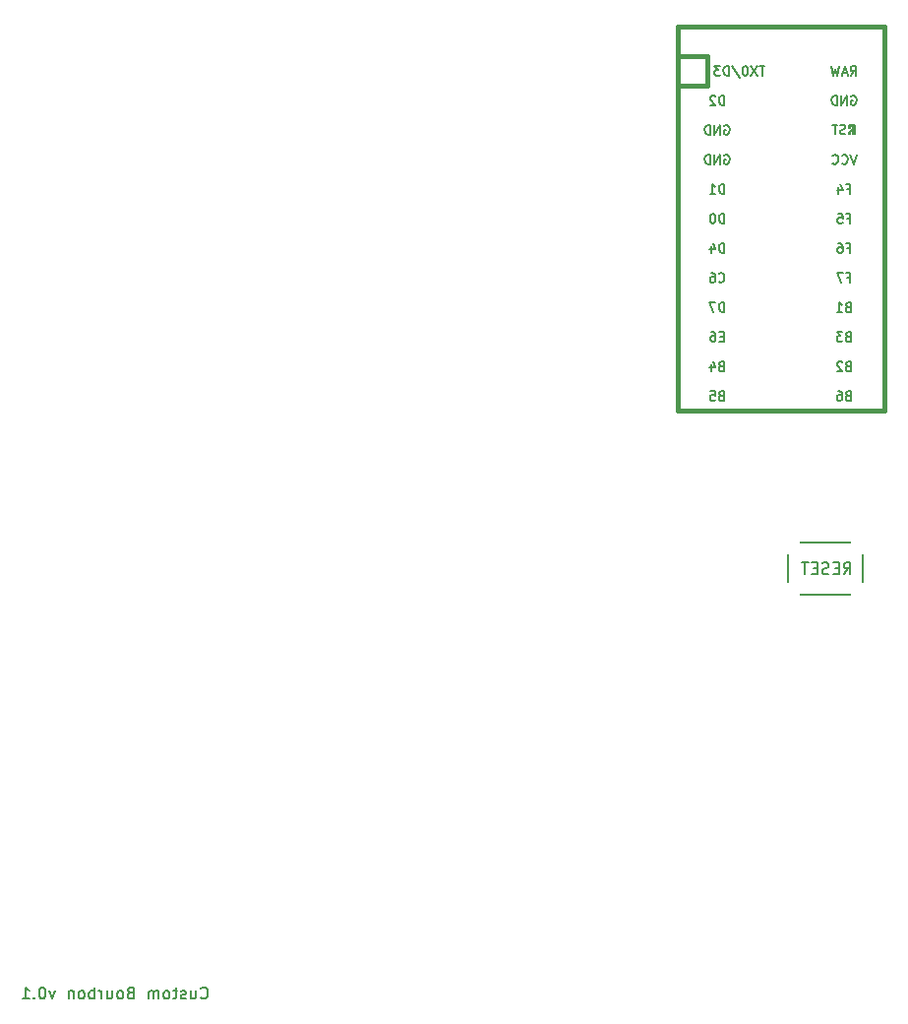
<source format=gbo>
G04 #@! TF.GenerationSoftware,KiCad,Pcbnew,5.1.10*
G04 #@! TF.CreationDate,2021-06-15T23:50:52-04:00*
G04 #@! TF.ProjectId,attempt2,61747465-6d70-4743-922e-6b696361645f,rev?*
G04 #@! TF.SameCoordinates,Original*
G04 #@! TF.FileFunction,Legend,Bot*
G04 #@! TF.FilePolarity,Positive*
%FSLAX46Y46*%
G04 Gerber Fmt 4.6, Leading zero omitted, Abs format (unit mm)*
G04 Created by KiCad (PCBNEW 5.1.10) date 2021-06-15 23:50:52*
%MOMM*%
%LPD*%
G01*
G04 APERTURE LIST*
%ADD10C,0.150000*%
%ADD11C,0.381000*%
%ADD12C,1.500000*%
%ADD13R,1.752600X1.752600*%
%ADD14C,1.752600*%
%ADD15C,2.000000*%
%ADD16C,2.250000*%
%ADD17C,3.987800*%
%ADD18C,1.750000*%
G04 APERTURE END LIST*
D10*
X-65667857Y-100369642D02*
X-65620238Y-100417261D01*
X-65477380Y-100464880D01*
X-65382142Y-100464880D01*
X-65239285Y-100417261D01*
X-65144047Y-100322023D01*
X-65096428Y-100226785D01*
X-65048809Y-100036309D01*
X-65048809Y-99893452D01*
X-65096428Y-99702976D01*
X-65144047Y-99607738D01*
X-65239285Y-99512500D01*
X-65382142Y-99464880D01*
X-65477380Y-99464880D01*
X-65620238Y-99512500D01*
X-65667857Y-99560119D01*
X-66525000Y-99798214D02*
X-66525000Y-100464880D01*
X-66096428Y-99798214D02*
X-66096428Y-100322023D01*
X-66144047Y-100417261D01*
X-66239285Y-100464880D01*
X-66382142Y-100464880D01*
X-66477380Y-100417261D01*
X-66525000Y-100369642D01*
X-66953571Y-100417261D02*
X-67048809Y-100464880D01*
X-67239285Y-100464880D01*
X-67334523Y-100417261D01*
X-67382142Y-100322023D01*
X-67382142Y-100274404D01*
X-67334523Y-100179166D01*
X-67239285Y-100131547D01*
X-67096428Y-100131547D01*
X-67001190Y-100083928D01*
X-66953571Y-99988690D01*
X-66953571Y-99941071D01*
X-67001190Y-99845833D01*
X-67096428Y-99798214D01*
X-67239285Y-99798214D01*
X-67334523Y-99845833D01*
X-67667857Y-99798214D02*
X-68048809Y-99798214D01*
X-67810714Y-99464880D02*
X-67810714Y-100322023D01*
X-67858333Y-100417261D01*
X-67953571Y-100464880D01*
X-68048809Y-100464880D01*
X-68525000Y-100464880D02*
X-68429761Y-100417261D01*
X-68382142Y-100369642D01*
X-68334523Y-100274404D01*
X-68334523Y-99988690D01*
X-68382142Y-99893452D01*
X-68429761Y-99845833D01*
X-68525000Y-99798214D01*
X-68667857Y-99798214D01*
X-68763095Y-99845833D01*
X-68810714Y-99893452D01*
X-68858333Y-99988690D01*
X-68858333Y-100274404D01*
X-68810714Y-100369642D01*
X-68763095Y-100417261D01*
X-68667857Y-100464880D01*
X-68525000Y-100464880D01*
X-69286904Y-100464880D02*
X-69286904Y-99798214D01*
X-69286904Y-99893452D02*
X-69334523Y-99845833D01*
X-69429761Y-99798214D01*
X-69572619Y-99798214D01*
X-69667857Y-99845833D01*
X-69715476Y-99941071D01*
X-69715476Y-100464880D01*
X-69715476Y-99941071D02*
X-69763095Y-99845833D01*
X-69858333Y-99798214D01*
X-70001190Y-99798214D01*
X-70096428Y-99845833D01*
X-70144047Y-99941071D01*
X-70144047Y-100464880D01*
X-71715476Y-99941071D02*
X-71858333Y-99988690D01*
X-71905952Y-100036309D01*
X-71953571Y-100131547D01*
X-71953571Y-100274404D01*
X-71905952Y-100369642D01*
X-71858333Y-100417261D01*
X-71763095Y-100464880D01*
X-71382142Y-100464880D01*
X-71382142Y-99464880D01*
X-71715476Y-99464880D01*
X-71810714Y-99512500D01*
X-71858333Y-99560119D01*
X-71905952Y-99655357D01*
X-71905952Y-99750595D01*
X-71858333Y-99845833D01*
X-71810714Y-99893452D01*
X-71715476Y-99941071D01*
X-71382142Y-99941071D01*
X-72525000Y-100464880D02*
X-72429761Y-100417261D01*
X-72382142Y-100369642D01*
X-72334523Y-100274404D01*
X-72334523Y-99988690D01*
X-72382142Y-99893452D01*
X-72429761Y-99845833D01*
X-72525000Y-99798214D01*
X-72667857Y-99798214D01*
X-72763095Y-99845833D01*
X-72810714Y-99893452D01*
X-72858333Y-99988690D01*
X-72858333Y-100274404D01*
X-72810714Y-100369642D01*
X-72763095Y-100417261D01*
X-72667857Y-100464880D01*
X-72525000Y-100464880D01*
X-73715476Y-99798214D02*
X-73715476Y-100464880D01*
X-73286904Y-99798214D02*
X-73286904Y-100322023D01*
X-73334523Y-100417261D01*
X-73429761Y-100464880D01*
X-73572619Y-100464880D01*
X-73667857Y-100417261D01*
X-73715476Y-100369642D01*
X-74191666Y-100464880D02*
X-74191666Y-99798214D01*
X-74191666Y-99988690D02*
X-74239285Y-99893452D01*
X-74286904Y-99845833D01*
X-74382142Y-99798214D01*
X-74477380Y-99798214D01*
X-74810714Y-100464880D02*
X-74810714Y-99464880D01*
X-74810714Y-99845833D02*
X-74905952Y-99798214D01*
X-75096428Y-99798214D01*
X-75191666Y-99845833D01*
X-75239285Y-99893452D01*
X-75286904Y-99988690D01*
X-75286904Y-100274404D01*
X-75239285Y-100369642D01*
X-75191666Y-100417261D01*
X-75096428Y-100464880D01*
X-74905952Y-100464880D01*
X-74810714Y-100417261D01*
X-75858333Y-100464880D02*
X-75763095Y-100417261D01*
X-75715476Y-100369642D01*
X-75667857Y-100274404D01*
X-75667857Y-99988690D01*
X-75715476Y-99893452D01*
X-75763095Y-99845833D01*
X-75858333Y-99798214D01*
X-76001190Y-99798214D01*
X-76096428Y-99845833D01*
X-76144047Y-99893452D01*
X-76191666Y-99988690D01*
X-76191666Y-100274404D01*
X-76144047Y-100369642D01*
X-76096428Y-100417261D01*
X-76001190Y-100464880D01*
X-75858333Y-100464880D01*
X-76620238Y-99798214D02*
X-76620238Y-100464880D01*
X-76620238Y-99893452D02*
X-76667857Y-99845833D01*
X-76763095Y-99798214D01*
X-76905952Y-99798214D01*
X-77001190Y-99845833D01*
X-77048809Y-99941071D01*
X-77048809Y-100464880D01*
X-78191666Y-99798214D02*
X-78429761Y-100464880D01*
X-78667857Y-99798214D01*
X-79239285Y-99464880D02*
X-79334523Y-99464880D01*
X-79429761Y-99512500D01*
X-79477380Y-99560119D01*
X-79525000Y-99655357D01*
X-79572619Y-99845833D01*
X-79572619Y-100083928D01*
X-79525000Y-100274404D01*
X-79477380Y-100369642D01*
X-79429761Y-100417261D01*
X-79334523Y-100464880D01*
X-79239285Y-100464880D01*
X-79144047Y-100417261D01*
X-79096428Y-100369642D01*
X-79048809Y-100274404D01*
X-79001190Y-100083928D01*
X-79001190Y-99845833D01*
X-79048809Y-99655357D01*
X-79096428Y-99560119D01*
X-79144047Y-99512500D01*
X-79239285Y-99464880D01*
X-80001190Y-100369642D02*
X-80048809Y-100417261D01*
X-80001190Y-100464880D01*
X-79953571Y-100417261D01*
X-80001190Y-100369642D01*
X-80001190Y-100464880D01*
X-81001190Y-100464880D02*
X-80429761Y-100464880D01*
X-80715476Y-100464880D02*
X-80715476Y-99464880D01*
X-80620238Y-99607738D01*
X-80525000Y-99702976D01*
X-80429761Y-99750595D01*
D11*
X-22098000Y-19431000D02*
X-24638000Y-19431000D01*
X-6858000Y-16891000D02*
X-24638000Y-16891000D01*
X-24638000Y-16891000D02*
X-24638000Y-49911000D01*
X-24638000Y-49911000D02*
X-6858000Y-49911000D01*
X-6858000Y-49911000D02*
X-6858000Y-16891000D01*
D10*
G36*
X-9903365Y-25320030D02*
G01*
X-9903365Y-25420030D01*
X-9403365Y-25420030D01*
X-9403365Y-25320030D01*
X-9903365Y-25320030D01*
G37*
X-9903365Y-25320030D02*
X-9903365Y-25420030D01*
X-9403365Y-25420030D01*
X-9403365Y-25320030D01*
X-9903365Y-25320030D01*
G36*
X-9903365Y-25320030D02*
G01*
X-9903365Y-25620030D01*
X-9803365Y-25620030D01*
X-9803365Y-25320030D01*
X-9903365Y-25320030D01*
G37*
X-9903365Y-25320030D02*
X-9903365Y-25620030D01*
X-9803365Y-25620030D01*
X-9803365Y-25320030D01*
X-9903365Y-25320030D01*
G36*
X-9903365Y-25920030D02*
G01*
X-9903365Y-26120030D01*
X-9803365Y-26120030D01*
X-9803365Y-25920030D01*
X-9903365Y-25920030D01*
G37*
X-9903365Y-25920030D02*
X-9903365Y-26120030D01*
X-9803365Y-26120030D01*
X-9803365Y-25920030D01*
X-9903365Y-25920030D01*
G36*
X-9503365Y-25320030D02*
G01*
X-9503365Y-26120030D01*
X-9403365Y-26120030D01*
X-9403365Y-25320030D01*
X-9503365Y-25320030D01*
G37*
X-9503365Y-25320030D02*
X-9503365Y-26120030D01*
X-9403365Y-26120030D01*
X-9403365Y-25320030D01*
X-9503365Y-25320030D01*
G36*
X-9703365Y-25720030D02*
G01*
X-9703365Y-25820030D01*
X-9603365Y-25820030D01*
X-9603365Y-25720030D01*
X-9703365Y-25720030D01*
G37*
X-9703365Y-25720030D02*
X-9703365Y-25820030D01*
X-9603365Y-25820030D01*
X-9603365Y-25720030D01*
X-9703365Y-25720030D01*
D11*
X-22098000Y-19431000D02*
X-22098000Y-21971000D01*
X-22098000Y-21971000D02*
X-24638000Y-21971000D01*
D10*
X-15156250Y-61250000D02*
X-15156250Y-65750000D01*
X-15156250Y-65750000D02*
X-8656250Y-65750000D01*
X-8656250Y-65750000D02*
X-8656250Y-61250000D01*
X-8656250Y-61250000D02*
X-15156250Y-61250000D01*
X-20618523Y-23602904D02*
X-20618523Y-22802904D01*
X-20809000Y-22802904D01*
X-20923285Y-22841000D01*
X-20999476Y-22917190D01*
X-21037571Y-22993380D01*
X-21075666Y-23145761D01*
X-21075666Y-23260047D01*
X-21037571Y-23412428D01*
X-20999476Y-23488619D01*
X-20923285Y-23564809D01*
X-20809000Y-23602904D01*
X-20618523Y-23602904D01*
X-21380428Y-22879095D02*
X-21418523Y-22841000D01*
X-21494714Y-22802904D01*
X-21685190Y-22802904D01*
X-21761380Y-22841000D01*
X-21799476Y-22879095D01*
X-21837571Y-22955285D01*
X-21837571Y-23031476D01*
X-21799476Y-23145761D01*
X-21342333Y-23602904D01*
X-21837571Y-23602904D01*
X-20618523Y-33762904D02*
X-20618523Y-32962904D01*
X-20809000Y-32962904D01*
X-20923285Y-33001000D01*
X-20999476Y-33077190D01*
X-21037571Y-33153380D01*
X-21075666Y-33305761D01*
X-21075666Y-33420047D01*
X-21037571Y-33572428D01*
X-20999476Y-33648619D01*
X-20923285Y-33724809D01*
X-20809000Y-33762904D01*
X-20618523Y-33762904D01*
X-21570904Y-32962904D02*
X-21647095Y-32962904D01*
X-21723285Y-33001000D01*
X-21761380Y-33039095D01*
X-21799476Y-33115285D01*
X-21837571Y-33267666D01*
X-21837571Y-33458142D01*
X-21799476Y-33610523D01*
X-21761380Y-33686714D01*
X-21723285Y-33724809D01*
X-21647095Y-33762904D01*
X-21570904Y-33762904D01*
X-21494714Y-33724809D01*
X-21456619Y-33686714D01*
X-21418523Y-33610523D01*
X-21380428Y-33458142D01*
X-21380428Y-33267666D01*
X-21418523Y-33115285D01*
X-21456619Y-33039095D01*
X-21494714Y-33001000D01*
X-21570904Y-32962904D01*
X-20618523Y-31222904D02*
X-20618523Y-30422904D01*
X-20809000Y-30422904D01*
X-20923285Y-30461000D01*
X-20999476Y-30537190D01*
X-21037571Y-30613380D01*
X-21075666Y-30765761D01*
X-21075666Y-30880047D01*
X-21037571Y-31032428D01*
X-20999476Y-31108619D01*
X-20923285Y-31184809D01*
X-20809000Y-31222904D01*
X-20618523Y-31222904D01*
X-21837571Y-31222904D02*
X-21380428Y-31222904D01*
X-21609000Y-31222904D02*
X-21609000Y-30422904D01*
X-21532809Y-30537190D01*
X-21456619Y-30613380D01*
X-21380428Y-30651476D01*
X-20599476Y-27921000D02*
X-20523285Y-27882904D01*
X-20409000Y-27882904D01*
X-20294714Y-27921000D01*
X-20218523Y-27997190D01*
X-20180428Y-28073380D01*
X-20142333Y-28225761D01*
X-20142333Y-28340047D01*
X-20180428Y-28492428D01*
X-20218523Y-28568619D01*
X-20294714Y-28644809D01*
X-20409000Y-28682904D01*
X-20485190Y-28682904D01*
X-20599476Y-28644809D01*
X-20637571Y-28606714D01*
X-20637571Y-28340047D01*
X-20485190Y-28340047D01*
X-20980428Y-28682904D02*
X-20980428Y-27882904D01*
X-21437571Y-28682904D01*
X-21437571Y-27882904D01*
X-21818523Y-28682904D02*
X-21818523Y-27882904D01*
X-22009000Y-27882904D01*
X-22123285Y-27921000D01*
X-22199476Y-27997190D01*
X-22237571Y-28073380D01*
X-22275666Y-28225761D01*
X-22275666Y-28340047D01*
X-22237571Y-28492428D01*
X-22199476Y-28568619D01*
X-22123285Y-28644809D01*
X-22009000Y-28682904D01*
X-21818523Y-28682904D01*
X-20599476Y-25381000D02*
X-20523285Y-25342904D01*
X-20409000Y-25342904D01*
X-20294714Y-25381000D01*
X-20218523Y-25457190D01*
X-20180428Y-25533380D01*
X-20142333Y-25685761D01*
X-20142333Y-25800047D01*
X-20180428Y-25952428D01*
X-20218523Y-26028619D01*
X-20294714Y-26104809D01*
X-20409000Y-26142904D01*
X-20485190Y-26142904D01*
X-20599476Y-26104809D01*
X-20637571Y-26066714D01*
X-20637571Y-25800047D01*
X-20485190Y-25800047D01*
X-20980428Y-26142904D02*
X-20980428Y-25342904D01*
X-21437571Y-26142904D01*
X-21437571Y-25342904D01*
X-21818523Y-26142904D02*
X-21818523Y-25342904D01*
X-22009000Y-25342904D01*
X-22123285Y-25381000D01*
X-22199476Y-25457190D01*
X-22237571Y-25533380D01*
X-22275666Y-25685761D01*
X-22275666Y-25800047D01*
X-22237571Y-25952428D01*
X-22199476Y-26028619D01*
X-22123285Y-26104809D01*
X-22009000Y-26142904D01*
X-21818523Y-26142904D01*
X-20618523Y-36302904D02*
X-20618523Y-35502904D01*
X-20809000Y-35502904D01*
X-20923285Y-35541000D01*
X-20999476Y-35617190D01*
X-21037571Y-35693380D01*
X-21075666Y-35845761D01*
X-21075666Y-35960047D01*
X-21037571Y-36112428D01*
X-20999476Y-36188619D01*
X-20923285Y-36264809D01*
X-20809000Y-36302904D01*
X-20618523Y-36302904D01*
X-21761380Y-35769571D02*
X-21761380Y-36302904D01*
X-21570904Y-35464809D02*
X-21380428Y-36036238D01*
X-21875666Y-36036238D01*
X-21075666Y-38766714D02*
X-21037571Y-38804809D01*
X-20923285Y-38842904D01*
X-20847095Y-38842904D01*
X-20732809Y-38804809D01*
X-20656619Y-38728619D01*
X-20618523Y-38652428D01*
X-20580428Y-38500047D01*
X-20580428Y-38385761D01*
X-20618523Y-38233380D01*
X-20656619Y-38157190D01*
X-20732809Y-38081000D01*
X-20847095Y-38042904D01*
X-20923285Y-38042904D01*
X-21037571Y-38081000D01*
X-21075666Y-38119095D01*
X-21761380Y-38042904D02*
X-21609000Y-38042904D01*
X-21532809Y-38081000D01*
X-21494714Y-38119095D01*
X-21418523Y-38233380D01*
X-21380428Y-38385761D01*
X-21380428Y-38690523D01*
X-21418523Y-38766714D01*
X-21456619Y-38804809D01*
X-21532809Y-38842904D01*
X-21685190Y-38842904D01*
X-21761380Y-38804809D01*
X-21799476Y-38766714D01*
X-21837571Y-38690523D01*
X-21837571Y-38500047D01*
X-21799476Y-38423857D01*
X-21761380Y-38385761D01*
X-21685190Y-38347666D01*
X-21532809Y-38347666D01*
X-21456619Y-38385761D01*
X-21418523Y-38423857D01*
X-21380428Y-38500047D01*
X-20618523Y-41382904D02*
X-20618523Y-40582904D01*
X-20809000Y-40582904D01*
X-20923285Y-40621000D01*
X-20999476Y-40697190D01*
X-21037571Y-40773380D01*
X-21075666Y-40925761D01*
X-21075666Y-41040047D01*
X-21037571Y-41192428D01*
X-20999476Y-41268619D01*
X-20923285Y-41344809D01*
X-20809000Y-41382904D01*
X-20618523Y-41382904D01*
X-21342333Y-40582904D02*
X-21875666Y-40582904D01*
X-21532809Y-41382904D01*
X-20656619Y-43503857D02*
X-20923285Y-43503857D01*
X-21037571Y-43922904D02*
X-20656619Y-43922904D01*
X-20656619Y-43122904D01*
X-21037571Y-43122904D01*
X-21723285Y-43122904D02*
X-21570904Y-43122904D01*
X-21494714Y-43161000D01*
X-21456619Y-43199095D01*
X-21380428Y-43313380D01*
X-21342333Y-43465761D01*
X-21342333Y-43770523D01*
X-21380428Y-43846714D01*
X-21418523Y-43884809D01*
X-21494714Y-43922904D01*
X-21647095Y-43922904D01*
X-21723285Y-43884809D01*
X-21761380Y-43846714D01*
X-21799476Y-43770523D01*
X-21799476Y-43580047D01*
X-21761380Y-43503857D01*
X-21723285Y-43465761D01*
X-21647095Y-43427666D01*
X-21494714Y-43427666D01*
X-21418523Y-43465761D01*
X-21380428Y-43503857D01*
X-21342333Y-43580047D01*
X-20885190Y-46043857D02*
X-20999476Y-46081952D01*
X-21037571Y-46120047D01*
X-21075666Y-46196238D01*
X-21075666Y-46310523D01*
X-21037571Y-46386714D01*
X-20999476Y-46424809D01*
X-20923285Y-46462904D01*
X-20618523Y-46462904D01*
X-20618523Y-45662904D01*
X-20885190Y-45662904D01*
X-20961380Y-45701000D01*
X-20999476Y-45739095D01*
X-21037571Y-45815285D01*
X-21037571Y-45891476D01*
X-20999476Y-45967666D01*
X-20961380Y-46005761D01*
X-20885190Y-46043857D01*
X-20618523Y-46043857D01*
X-21761380Y-45929571D02*
X-21761380Y-46462904D01*
X-21570904Y-45624809D02*
X-21380428Y-46196238D01*
X-21875666Y-46196238D01*
X-20885190Y-48583857D02*
X-20999476Y-48621952D01*
X-21037571Y-48660047D01*
X-21075666Y-48736238D01*
X-21075666Y-48850523D01*
X-21037571Y-48926714D01*
X-20999476Y-48964809D01*
X-20923285Y-49002904D01*
X-20618523Y-49002904D01*
X-20618523Y-48202904D01*
X-20885190Y-48202904D01*
X-20961380Y-48241000D01*
X-20999476Y-48279095D01*
X-21037571Y-48355285D01*
X-21037571Y-48431476D01*
X-20999476Y-48507666D01*
X-20961380Y-48545761D01*
X-20885190Y-48583857D01*
X-20618523Y-48583857D01*
X-21799476Y-48202904D02*
X-21418523Y-48202904D01*
X-21380428Y-48583857D01*
X-21418523Y-48545761D01*
X-21494714Y-48507666D01*
X-21685190Y-48507666D01*
X-21761380Y-48545761D01*
X-21799476Y-48583857D01*
X-21837571Y-48660047D01*
X-21837571Y-48850523D01*
X-21799476Y-48926714D01*
X-21761380Y-48964809D01*
X-21685190Y-49002904D01*
X-21494714Y-49002904D01*
X-21418523Y-48964809D01*
X-21380428Y-48926714D01*
X-9963190Y-48583857D02*
X-10077476Y-48621952D01*
X-10115571Y-48660047D01*
X-10153666Y-48736238D01*
X-10153666Y-48850523D01*
X-10115571Y-48926714D01*
X-10077476Y-48964809D01*
X-10001285Y-49002904D01*
X-9696523Y-49002904D01*
X-9696523Y-48202904D01*
X-9963190Y-48202904D01*
X-10039380Y-48241000D01*
X-10077476Y-48279095D01*
X-10115571Y-48355285D01*
X-10115571Y-48431476D01*
X-10077476Y-48507666D01*
X-10039380Y-48545761D01*
X-9963190Y-48583857D01*
X-9696523Y-48583857D01*
X-10839380Y-48202904D02*
X-10687000Y-48202904D01*
X-10610809Y-48241000D01*
X-10572714Y-48279095D01*
X-10496523Y-48393380D01*
X-10458428Y-48545761D01*
X-10458428Y-48850523D01*
X-10496523Y-48926714D01*
X-10534619Y-48964809D01*
X-10610809Y-49002904D01*
X-10763190Y-49002904D01*
X-10839380Y-48964809D01*
X-10877476Y-48926714D01*
X-10915571Y-48850523D01*
X-10915571Y-48660047D01*
X-10877476Y-48583857D01*
X-10839380Y-48545761D01*
X-10763190Y-48507666D01*
X-10610809Y-48507666D01*
X-10534619Y-48545761D01*
X-10496523Y-48583857D01*
X-10458428Y-48660047D01*
X-9963190Y-43503857D02*
X-10077476Y-43541952D01*
X-10115571Y-43580047D01*
X-10153666Y-43656238D01*
X-10153666Y-43770523D01*
X-10115571Y-43846714D01*
X-10077476Y-43884809D01*
X-10001285Y-43922904D01*
X-9696523Y-43922904D01*
X-9696523Y-43122904D01*
X-9963190Y-43122904D01*
X-10039380Y-43161000D01*
X-10077476Y-43199095D01*
X-10115571Y-43275285D01*
X-10115571Y-43351476D01*
X-10077476Y-43427666D01*
X-10039380Y-43465761D01*
X-9963190Y-43503857D01*
X-9696523Y-43503857D01*
X-10420333Y-43122904D02*
X-10915571Y-43122904D01*
X-10648904Y-43427666D01*
X-10763190Y-43427666D01*
X-10839380Y-43465761D01*
X-10877476Y-43503857D01*
X-10915571Y-43580047D01*
X-10915571Y-43770523D01*
X-10877476Y-43846714D01*
X-10839380Y-43884809D01*
X-10763190Y-43922904D01*
X-10534619Y-43922904D01*
X-10458428Y-43884809D01*
X-10420333Y-43846714D01*
X-9963190Y-40963857D02*
X-10077476Y-41001952D01*
X-10115571Y-41040047D01*
X-10153666Y-41116238D01*
X-10153666Y-41230523D01*
X-10115571Y-41306714D01*
X-10077476Y-41344809D01*
X-10001285Y-41382904D01*
X-9696523Y-41382904D01*
X-9696523Y-40582904D01*
X-9963190Y-40582904D01*
X-10039380Y-40621000D01*
X-10077476Y-40659095D01*
X-10115571Y-40735285D01*
X-10115571Y-40811476D01*
X-10077476Y-40887666D01*
X-10039380Y-40925761D01*
X-9963190Y-40963857D01*
X-9696523Y-40963857D01*
X-10915571Y-41382904D02*
X-10458428Y-41382904D01*
X-10687000Y-41382904D02*
X-10687000Y-40582904D01*
X-10610809Y-40697190D01*
X-10534619Y-40773380D01*
X-10458428Y-40811476D01*
X-10020333Y-30803857D02*
X-9753666Y-30803857D01*
X-9753666Y-31222904D02*
X-9753666Y-30422904D01*
X-10134619Y-30422904D01*
X-10782238Y-30689571D02*
X-10782238Y-31222904D01*
X-10591761Y-30384809D02*
X-10401285Y-30956238D01*
X-10896523Y-30956238D01*
X-9220333Y-27882904D02*
X-9487000Y-28682904D01*
X-9753666Y-27882904D01*
X-10477476Y-28606714D02*
X-10439380Y-28644809D01*
X-10325095Y-28682904D01*
X-10248904Y-28682904D01*
X-10134619Y-28644809D01*
X-10058428Y-28568619D01*
X-10020333Y-28492428D01*
X-9982238Y-28340047D01*
X-9982238Y-28225761D01*
X-10020333Y-28073380D01*
X-10058428Y-27997190D01*
X-10134619Y-27921000D01*
X-10248904Y-27882904D01*
X-10325095Y-27882904D01*
X-10439380Y-27921000D01*
X-10477476Y-27959095D01*
X-11277476Y-28606714D02*
X-11239380Y-28644809D01*
X-11125095Y-28682904D01*
X-11048904Y-28682904D01*
X-10934619Y-28644809D01*
X-10858428Y-28568619D01*
X-10820333Y-28492428D01*
X-10782238Y-28340047D01*
X-10782238Y-28225761D01*
X-10820333Y-28073380D01*
X-10858428Y-27997190D01*
X-10934619Y-27921000D01*
X-11048904Y-27882904D01*
X-11125095Y-27882904D01*
X-11239380Y-27921000D01*
X-11277476Y-27959095D01*
X-9677476Y-22841000D02*
X-9601285Y-22802904D01*
X-9487000Y-22802904D01*
X-9372714Y-22841000D01*
X-9296523Y-22917190D01*
X-9258428Y-22993380D01*
X-9220333Y-23145761D01*
X-9220333Y-23260047D01*
X-9258428Y-23412428D01*
X-9296523Y-23488619D01*
X-9372714Y-23564809D01*
X-9487000Y-23602904D01*
X-9563190Y-23602904D01*
X-9677476Y-23564809D01*
X-9715571Y-23526714D01*
X-9715571Y-23260047D01*
X-9563190Y-23260047D01*
X-10058428Y-23602904D02*
X-10058428Y-22802904D01*
X-10515571Y-23602904D01*
X-10515571Y-22802904D01*
X-10896523Y-23602904D02*
X-10896523Y-22802904D01*
X-11087000Y-22802904D01*
X-11201285Y-22841000D01*
X-11277476Y-22917190D01*
X-11315571Y-22993380D01*
X-11353666Y-23145761D01*
X-11353666Y-23260047D01*
X-11315571Y-23412428D01*
X-11277476Y-23488619D01*
X-11201285Y-23564809D01*
X-11087000Y-23602904D01*
X-10896523Y-23602904D01*
X-9734619Y-21062904D02*
X-9467952Y-20681952D01*
X-9277476Y-21062904D02*
X-9277476Y-20262904D01*
X-9582238Y-20262904D01*
X-9658428Y-20301000D01*
X-9696523Y-20339095D01*
X-9734619Y-20415285D01*
X-9734619Y-20529571D01*
X-9696523Y-20605761D01*
X-9658428Y-20643857D01*
X-9582238Y-20681952D01*
X-9277476Y-20681952D01*
X-10039380Y-20834333D02*
X-10420333Y-20834333D01*
X-9963190Y-21062904D02*
X-10229857Y-20262904D01*
X-10496523Y-21062904D01*
X-10687000Y-20262904D02*
X-10877476Y-21062904D01*
X-11029857Y-20491476D01*
X-11182238Y-21062904D01*
X-11372714Y-20262904D01*
X-10020333Y-33343857D02*
X-9753666Y-33343857D01*
X-9753666Y-33762904D02*
X-9753666Y-32962904D01*
X-10134619Y-32962904D01*
X-10820333Y-32962904D02*
X-10439380Y-32962904D01*
X-10401285Y-33343857D01*
X-10439380Y-33305761D01*
X-10515571Y-33267666D01*
X-10706047Y-33267666D01*
X-10782238Y-33305761D01*
X-10820333Y-33343857D01*
X-10858428Y-33420047D01*
X-10858428Y-33610523D01*
X-10820333Y-33686714D01*
X-10782238Y-33724809D01*
X-10706047Y-33762904D01*
X-10515571Y-33762904D01*
X-10439380Y-33724809D01*
X-10401285Y-33686714D01*
X-10020333Y-35883857D02*
X-9753666Y-35883857D01*
X-9753666Y-36302904D02*
X-9753666Y-35502904D01*
X-10134619Y-35502904D01*
X-10782238Y-35502904D02*
X-10629857Y-35502904D01*
X-10553666Y-35541000D01*
X-10515571Y-35579095D01*
X-10439380Y-35693380D01*
X-10401285Y-35845761D01*
X-10401285Y-36150523D01*
X-10439380Y-36226714D01*
X-10477476Y-36264809D01*
X-10553666Y-36302904D01*
X-10706047Y-36302904D01*
X-10782238Y-36264809D01*
X-10820333Y-36226714D01*
X-10858428Y-36150523D01*
X-10858428Y-35960047D01*
X-10820333Y-35883857D01*
X-10782238Y-35845761D01*
X-10706047Y-35807666D01*
X-10553666Y-35807666D01*
X-10477476Y-35845761D01*
X-10439380Y-35883857D01*
X-10401285Y-35960047D01*
X-10020333Y-38423857D02*
X-9753666Y-38423857D01*
X-9753666Y-38842904D02*
X-9753666Y-38042904D01*
X-10134619Y-38042904D01*
X-10363190Y-38042904D02*
X-10896523Y-38042904D01*
X-10553666Y-38842904D01*
X-9963190Y-46043857D02*
X-10077476Y-46081952D01*
X-10115571Y-46120047D01*
X-10153666Y-46196238D01*
X-10153666Y-46310523D01*
X-10115571Y-46386714D01*
X-10077476Y-46424809D01*
X-10001285Y-46462904D01*
X-9696523Y-46462904D01*
X-9696523Y-45662904D01*
X-9963190Y-45662904D01*
X-10039380Y-45701000D01*
X-10077476Y-45739095D01*
X-10115571Y-45815285D01*
X-10115571Y-45891476D01*
X-10077476Y-45967666D01*
X-10039380Y-46005761D01*
X-9963190Y-46043857D01*
X-9696523Y-46043857D01*
X-10458428Y-45739095D02*
X-10496523Y-45701000D01*
X-10572714Y-45662904D01*
X-10763190Y-45662904D01*
X-10839380Y-45701000D01*
X-10877476Y-45739095D01*
X-10915571Y-45815285D01*
X-10915571Y-45891476D01*
X-10877476Y-46005761D01*
X-10420333Y-46462904D01*
X-10915571Y-46462904D01*
X-17129395Y-20262904D02*
X-17586538Y-20262904D01*
X-17357967Y-21062904D02*
X-17357967Y-20262904D01*
X-17777014Y-20262904D02*
X-18310348Y-21062904D01*
X-18310348Y-20262904D02*
X-17777014Y-21062904D01*
X-18767491Y-20262904D02*
X-18843681Y-20262904D01*
X-18919872Y-20301000D01*
X-18957967Y-20339095D01*
X-18996062Y-20415285D01*
X-19034157Y-20567666D01*
X-19034157Y-20758142D01*
X-18996062Y-20910523D01*
X-18957967Y-20986714D01*
X-18919872Y-21024809D01*
X-18843681Y-21062904D01*
X-18767491Y-21062904D01*
X-18691300Y-21024809D01*
X-18653205Y-20986714D01*
X-18615110Y-20910523D01*
X-18577014Y-20758142D01*
X-18577014Y-20567666D01*
X-18615110Y-20415285D01*
X-18653205Y-20339095D01*
X-18691300Y-20301000D01*
X-18767491Y-20262904D01*
X-19948443Y-20224809D02*
X-19262729Y-21253380D01*
X-20215110Y-21062904D02*
X-20215110Y-20262904D01*
X-20405586Y-20262904D01*
X-20519872Y-20301000D01*
X-20596062Y-20377190D01*
X-20634157Y-20453380D01*
X-20672252Y-20605761D01*
X-20672252Y-20720047D01*
X-20634157Y-20872428D01*
X-20596062Y-20948619D01*
X-20519872Y-21024809D01*
X-20405586Y-21062904D01*
X-20215110Y-21062904D01*
X-20938919Y-20262904D02*
X-21434157Y-20262904D01*
X-21167491Y-20567666D01*
X-21281776Y-20567666D01*
X-21357967Y-20605761D01*
X-21396062Y-20643857D01*
X-21434157Y-20720047D01*
X-21434157Y-20910523D01*
X-21396062Y-20986714D01*
X-21357967Y-21024809D01*
X-21281776Y-21062904D01*
X-21053205Y-21062904D01*
X-20977014Y-21024809D01*
X-20938919Y-20986714D01*
X-10174666Y-26084809D02*
X-10288952Y-26122904D01*
X-10479428Y-26122904D01*
X-10555619Y-26084809D01*
X-10593714Y-26046714D01*
X-10631809Y-25970523D01*
X-10631809Y-25894333D01*
X-10593714Y-25818142D01*
X-10555619Y-25780047D01*
X-10479428Y-25741952D01*
X-10327047Y-25703857D01*
X-10250857Y-25665761D01*
X-10212761Y-25627666D01*
X-10174666Y-25551476D01*
X-10174666Y-25475285D01*
X-10212761Y-25399095D01*
X-10250857Y-25361000D01*
X-10327047Y-25322904D01*
X-10517523Y-25322904D01*
X-10631809Y-25361000D01*
X-10860380Y-25322904D02*
X-11317523Y-25322904D01*
X-11088952Y-26122904D02*
X-11088952Y-25322904D01*
X-10326869Y-63952380D02*
X-9993535Y-63476190D01*
X-9755440Y-63952380D02*
X-9755440Y-62952380D01*
X-10136392Y-62952380D01*
X-10231630Y-63000000D01*
X-10279250Y-63047619D01*
X-10326869Y-63142857D01*
X-10326869Y-63285714D01*
X-10279250Y-63380952D01*
X-10231630Y-63428571D01*
X-10136392Y-63476190D01*
X-9755440Y-63476190D01*
X-10755440Y-63428571D02*
X-11088773Y-63428571D01*
X-11231630Y-63952380D02*
X-10755440Y-63952380D01*
X-10755440Y-62952380D01*
X-11231630Y-62952380D01*
X-11612583Y-63904761D02*
X-11755440Y-63952380D01*
X-11993535Y-63952380D01*
X-12088773Y-63904761D01*
X-12136392Y-63857142D01*
X-12184011Y-63761904D01*
X-12184011Y-63666666D01*
X-12136392Y-63571428D01*
X-12088773Y-63523809D01*
X-11993535Y-63476190D01*
X-11803059Y-63428571D01*
X-11707821Y-63380952D01*
X-11660202Y-63333333D01*
X-11612583Y-63238095D01*
X-11612583Y-63142857D01*
X-11660202Y-63047619D01*
X-11707821Y-63000000D01*
X-11803059Y-62952380D01*
X-12041154Y-62952380D01*
X-12184011Y-63000000D01*
X-12612583Y-63428571D02*
X-12945916Y-63428571D01*
X-13088773Y-63952380D02*
X-12612583Y-63952380D01*
X-12612583Y-62952380D01*
X-13088773Y-62952380D01*
X-13374488Y-62952380D02*
X-13945916Y-62952380D01*
X-13660202Y-63952380D02*
X-13660202Y-62952380D01*
%LPC*%
D12*
X-17306250Y-72231250D03*
X-10306250Y-72231250D03*
D13*
X-23368000Y-20701000D03*
D14*
X-23368000Y-23241000D03*
X-23368000Y-25781000D03*
X-23368000Y-28321000D03*
X-23368000Y-30861000D03*
X-23368000Y-33401000D03*
X-23368000Y-35941000D03*
X-23368000Y-38481000D03*
X-23368000Y-41021000D03*
X-23368000Y-43561000D03*
X-23368000Y-46101000D03*
X-8128000Y-48641000D03*
X-8128000Y-46101000D03*
X-8128000Y-43561000D03*
X-8128000Y-41021000D03*
X-8128000Y-38481000D03*
X-8128000Y-35941000D03*
X-8128000Y-33401000D03*
X-8128000Y-30861000D03*
X-8128000Y-28321000D03*
X-8128000Y-25781000D03*
X-8128000Y-23241000D03*
X-23368000Y-48641000D03*
X-8128000Y-20701000D03*
D15*
X-8656250Y-65750000D03*
X-15156250Y-65750000D03*
X-15156250Y-61250000D03*
X-8656250Y-61250000D03*
D16*
X-31328295Y-115488591D03*
D17*
X-36068000Y-118618000D03*
D16*
X-38097557Y-114513295D03*
D18*
X-40467409Y-116078000D03*
X-31668591Y-121158000D03*
D16*
X-72866250Y-113982500D03*
D17*
X-75406250Y-119062500D03*
D16*
X-79216250Y-116522500D03*
D18*
X-80486250Y-119062500D03*
X-70326250Y-119062500D03*
D16*
X-91852750Y-94944500D03*
D17*
X-94392750Y-100024500D03*
D16*
X-98202750Y-97484500D03*
D18*
X-99472750Y-100024500D03*
X-89312750Y-100024500D03*
D16*
X-99060000Y-113982500D03*
D17*
X-101600000Y-119062500D03*
D16*
X-105410000Y-116522500D03*
D18*
X-106680000Y-119062500D03*
X-96520000Y-119062500D03*
D16*
X-122872500Y-113982500D03*
D17*
X-125412500Y-119062500D03*
D16*
X-129222500Y-116522500D03*
D18*
X-130492500Y-119062500D03*
X-120332500Y-119062500D03*
D16*
X-146685000Y-113982500D03*
D17*
X-149225000Y-119062500D03*
D16*
X-153035000Y-116522500D03*
D18*
X-154305000Y-119062500D03*
X-144145000Y-119062500D03*
D16*
X-21803295Y-98978591D03*
D17*
X-26543000Y-102108000D03*
D16*
X-28572557Y-98003295D03*
D18*
X-30942409Y-99568000D03*
X-22143591Y-104648000D03*
D16*
X-53816250Y-78486000D03*
D17*
X-56356250Y-83566000D03*
D16*
X-60166250Y-81026000D03*
D18*
X-61436250Y-83566000D03*
X-51276250Y-83566000D03*
D16*
X-72866250Y-77470000D03*
D17*
X-75406250Y-82550000D03*
D16*
X-79216250Y-80010000D03*
D18*
X-80486250Y-82550000D03*
X-70326250Y-82550000D03*
D16*
X-91916250Y-68707000D03*
D17*
X-94456250Y-73787000D03*
D16*
X-98266250Y-71247000D03*
D18*
X-99536250Y-73787000D03*
X-89376250Y-73787000D03*
D16*
X-110966250Y-76073000D03*
D17*
X-113506250Y-81153000D03*
D16*
X-117316250Y-78613000D03*
D18*
X-118586250Y-81153000D03*
X-108426250Y-81153000D03*
D16*
X-130016250Y-94932500D03*
D17*
X-132556250Y-100012500D03*
D16*
X-136366250Y-97472500D03*
D18*
X-137636250Y-100012500D03*
X-127476250Y-100012500D03*
D16*
X-149066250Y-94932500D03*
D17*
X-151606250Y-100012500D03*
D16*
X-155416250Y-97472500D03*
D18*
X-156686250Y-100012500D03*
X-146526250Y-100012500D03*
D16*
X-42386250Y-47688500D03*
D17*
X-37306250Y-50228500D03*
D16*
X-39846250Y-54038500D03*
D18*
X-37306250Y-55308500D03*
X-37306250Y-45148500D03*
D16*
X-53816250Y-59436000D03*
D17*
X-56356250Y-64516000D03*
D16*
X-60166250Y-61976000D03*
D18*
X-61436250Y-64516000D03*
X-51276250Y-64516000D03*
D16*
X-72866250Y-58420000D03*
D17*
X-75406250Y-63500000D03*
D16*
X-79216250Y-60960000D03*
D18*
X-80486250Y-63500000D03*
X-70326250Y-63500000D03*
D16*
X-91916250Y-49657000D03*
D17*
X-94456250Y-54737000D03*
D16*
X-98266250Y-52197000D03*
D18*
X-99536250Y-54737000D03*
X-89376250Y-54737000D03*
D16*
X-110966250Y-57023000D03*
D17*
X-113506250Y-62103000D03*
D16*
X-117316250Y-59563000D03*
D18*
X-118586250Y-62103000D03*
X-108426250Y-62103000D03*
D16*
X-130016250Y-75882500D03*
D17*
X-132556250Y-80962500D03*
D16*
X-136366250Y-78422500D03*
D18*
X-137636250Y-80962500D03*
X-127476250Y-80962500D03*
D16*
X-149066250Y-75882500D03*
D17*
X-151606250Y-80962500D03*
D16*
X-155416250Y-78422500D03*
D18*
X-156686250Y-80962500D03*
X-146526250Y-80962500D03*
D16*
X-53816250Y-40386000D03*
D17*
X-56356250Y-45466000D03*
D16*
X-60166250Y-42926000D03*
D18*
X-61436250Y-45466000D03*
X-51276250Y-45466000D03*
D16*
X-72866250Y-39370000D03*
D17*
X-75406250Y-44450000D03*
D16*
X-79216250Y-41910000D03*
D18*
X-80486250Y-44450000D03*
X-70326250Y-44450000D03*
D16*
X-91916250Y-30607000D03*
D17*
X-94456250Y-35687000D03*
D16*
X-98266250Y-33147000D03*
D18*
X-99536250Y-35687000D03*
X-89376250Y-35687000D03*
D16*
X-110966250Y-37973000D03*
D17*
X-113506250Y-43053000D03*
D16*
X-117316250Y-40513000D03*
D18*
X-118586250Y-43053000D03*
X-108426250Y-43053000D03*
D16*
X-130016250Y-56832500D03*
D17*
X-132556250Y-61912500D03*
D16*
X-136366250Y-59372500D03*
D18*
X-137636250Y-61912500D03*
X-127476250Y-61912500D03*
D16*
X-149066250Y-56832500D03*
D17*
X-151606250Y-61912500D03*
D16*
X-155416250Y-59372500D03*
D18*
X-156686250Y-61912500D03*
X-146526250Y-61912500D03*
D16*
X-34766250Y-21336000D03*
D17*
X-37306250Y-26416000D03*
D16*
X-41116250Y-23876000D03*
D18*
X-42386250Y-26416000D03*
X-32226250Y-26416000D03*
D16*
X-53816250Y-21336000D03*
D17*
X-56356250Y-26416000D03*
D16*
X-60166250Y-23876000D03*
D18*
X-61436250Y-26416000D03*
X-51276250Y-26416000D03*
D16*
X-72866250Y-20320000D03*
D17*
X-75406250Y-25400000D03*
D16*
X-79216250Y-22860000D03*
D18*
X-80486250Y-25400000D03*
X-70326250Y-25400000D03*
D16*
X-91916250Y-11557000D03*
D17*
X-94456250Y-16637000D03*
D16*
X-98266250Y-14097000D03*
D18*
X-99536250Y-16637000D03*
X-89376250Y-16637000D03*
D16*
X-110966250Y-18923000D03*
D17*
X-113506250Y-24003000D03*
D16*
X-117316250Y-21463000D03*
D18*
X-118586250Y-24003000D03*
X-108426250Y-24003000D03*
D16*
X-130016250Y-37782500D03*
D17*
X-132556250Y-42862500D03*
D16*
X-136366250Y-40322500D03*
D18*
X-137636250Y-42862500D03*
X-127476250Y-42862500D03*
D16*
X-149066250Y-37782500D03*
D17*
X-151606250Y-42862500D03*
D16*
X-155416250Y-40322500D03*
D18*
X-156686250Y-42862500D03*
X-146526250Y-42862500D03*
M02*

</source>
